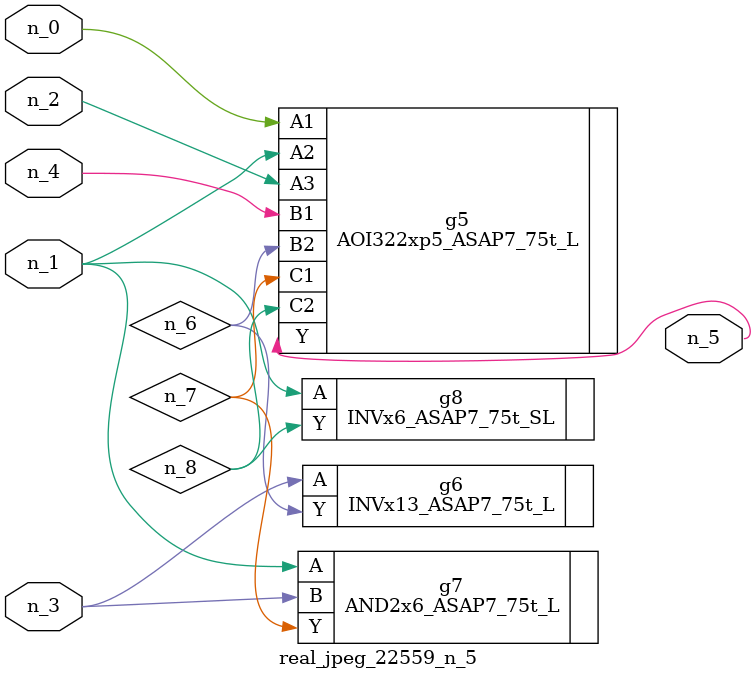
<source format=v>
module real_jpeg_22559_n_5 (n_4, n_0, n_1, n_2, n_3, n_5);

input n_4;
input n_0;
input n_1;
input n_2;
input n_3;

output n_5;

wire n_8;
wire n_6;
wire n_7;

AOI322xp5_ASAP7_75t_L g5 ( 
.A1(n_0),
.A2(n_1),
.A3(n_2),
.B1(n_4),
.B2(n_6),
.C1(n_7),
.C2(n_8),
.Y(n_5)
);

AND2x6_ASAP7_75t_L g7 ( 
.A(n_1),
.B(n_3),
.Y(n_7)
);

INVx6_ASAP7_75t_SL g8 ( 
.A(n_1),
.Y(n_8)
);

INVx13_ASAP7_75t_L g6 ( 
.A(n_3),
.Y(n_6)
);


endmodule
</source>
